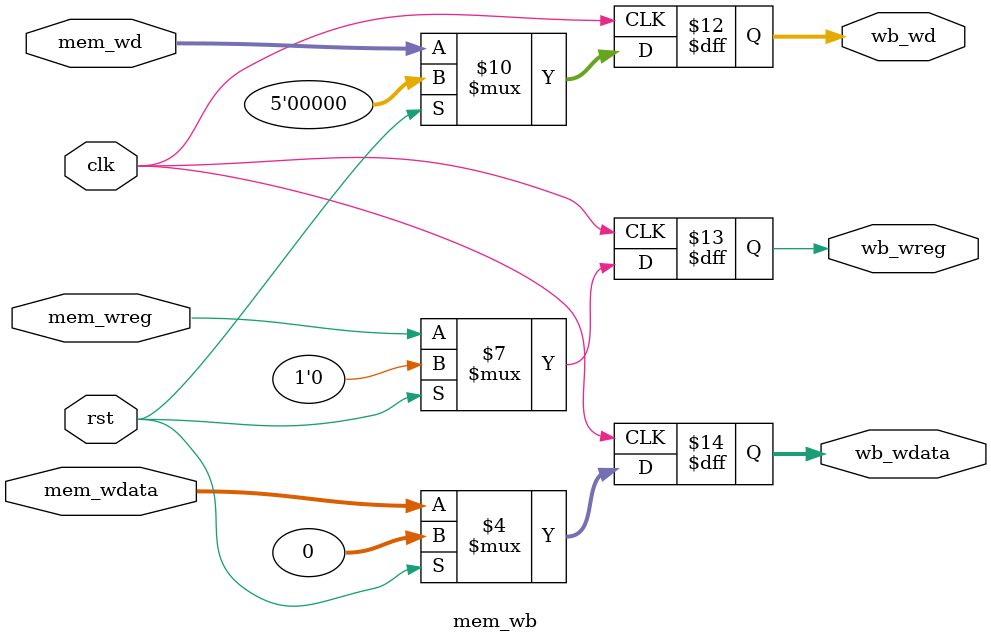
<source format=v>
`timescale 1ns / 1ps

module mem_wb(
    input clk,
    input rst,
    input [4:0] mem_wd,//访存阶段的指令最终要写入的目的寄存器地址
    input mem_wreg,//访存阶段的指令最终是否有要写入的目的寄存器
    input [31:0] mem_wdata,//访存阶段的指令最终要写入目的寄存器的值
    output reg[4:0] wb_wd,//回写阶段的指令要写入的目的寄存器地址
    output reg wb_wreg,//回写阶段的指令是否有要写入的目的寄存器
    output reg[31:0] wb_wdata//回写阶段的指令要写入目的寄存器的值
    );
    always @(posedge clk)begin
        if(rst==1'b1)begin
            wb_wd<=5'b00000;
            wb_wreg<=1'b0;
          wb_wdata<=32'h00000000;
        end else begin
            wb_wd<=mem_wd;
            wb_wreg<=mem_wreg;
            wb_wdata<=mem_wdata;
        end
    end
endmodule
</source>
